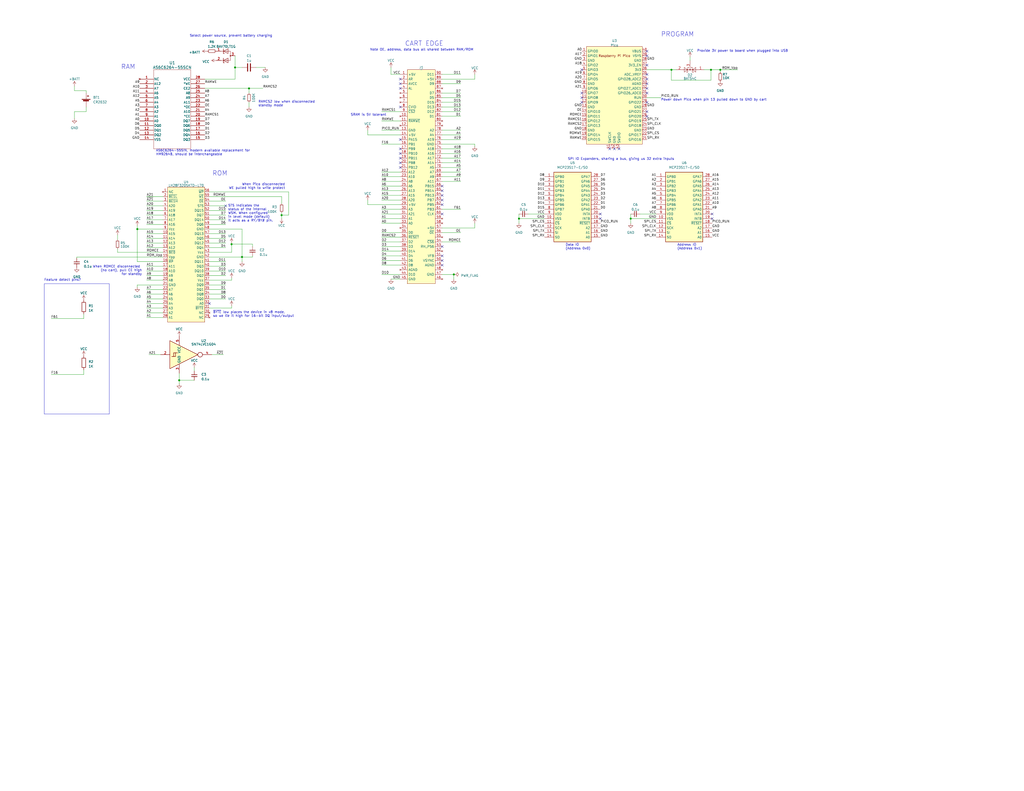
<source format=kicad_sch>
(kicad_sch (version 20230121) (generator eeschema)
  (paper "C")
  (title_block (title "LOOPY Flash Devcart") (date "2023-03-21") (rev "0"))
  (junction (at 366.395 38.1))
  (junction (at 132.08 140.335))
  (junction (at 74.93 125.095))
  (junction (at 97.79 207.645))
  (junction (at 387.985 38.1))
  (junction (at 283.21 119.38))
  (junction (at 247.65 149.86))
  (junction (at 344.17 119.38))
  (junction (at 126.365 133.35))
  (junction (at 135.89 48.26))
  (junction (at 393.065 38.1))
  (junction (at 128.27 36.83))
  (junction (at 153.67 117.475))
  (no_connect (at 218.44 81.28))
  (no_connect (at 241.3 116.84))
  (no_connect (at 353.06 60.96))
  (no_connect (at 327.66 116.84))
  (no_connect (at 218.44 86.36))
  (no_connect (at 388.62 119.38))
  (no_connect (at 218.44 45.72))
  (no_connect (at 241.3 109.22))
  (no_connect (at 218.44 76.2))
  (no_connect (at 353.06 45.72))
  (no_connect (at 353.06 35.56))
  (no_connect (at 123.19 112.395))
  (no_connect (at 218.44 83.82))
  (no_connect (at 353.06 48.26))
  (no_connect (at 353.06 27.94))
  (no_connect (at 241.3 104.14))
  (no_connect (at 353.06 55.88))
  (no_connect (at 241.3 144.78))
  (no_connect (at 327.66 119.38))
  (no_connect (at 388.62 116.84))
  (no_connect (at 218.44 88.9))
  (no_connect (at 218.44 91.44))
  (no_connect (at 241.3 106.68))
  (no_connect (at 317.5 50.8))
  (no_connect (at 241.3 134.62))
  (no_connect (at 218.44 58.42))
  (no_connect (at 317.5 38.1))
  (no_connect (at 332.74 81.28))
  (no_connect (at 218.44 48.26))
  (no_connect (at 241.3 139.7))
  (no_connect (at 353.06 40.64))
  (no_connect (at 353.06 63.5))
  (no_connect (at 241.3 101.6))
  (no_connect (at 353.06 30.48))
  (no_connect (at 317.5 55.88))
  (no_connect (at 218.44 43.18))
  (no_connect (at 317.5 53.34))
  (no_connect (at 353.06 43.18))
  (no_connect (at 241.3 111.76))
  (no_connect (at 353.06 50.8))
  (no_connect (at 241.3 142.24))
  (no_connect (at 114.3 165.735))
  (no_connect (at 335.28 81.28))
  (no_connect (at 337.82 81.28))
  (wire (pts (xy 213.36 152.4) (xy 218.44 152.4)))
  (wire (pts (xy 114.3 130.175) (xy 123.19 130.175)))
  (wire (pts (xy 208.28 101.6) (xy 218.44 101.6)))
  (wire (pts (xy 126.365 133.35) (xy 126.365 137.795)))
  (wire (pts (xy 157.48 117.475) (xy 153.67 117.475)))
  (wire (pts (xy 80.01 145.415) (xy 88.9 145.415)))
  (wire (pts (xy 114.3 112.395) (xy 123.19 112.395)))
  (wire (pts (xy 241.3 99.06) (xy 251.46 99.06)))
  (wire (pts (xy 114.3 163.195) (xy 123.19 163.195)))
  (wire (pts (xy 241.3 60.96) (xy 251.46 60.96)))
  (wire (pts (xy 46.99 49.53) (xy 40.64 49.53)))
  (wire (pts (xy 74.93 125.095) (xy 88.9 125.095)))
  (wire (pts (xy 80.01 120.015) (xy 88.9 120.015)))
  (wire (pts (xy 80.01 117.475) (xy 88.9 117.475)))
  (wire (pts (xy 114.3 122.555) (xy 123.19 122.555)))
  (wire (pts (xy 393.065 38.1) (xy 393.065 39.37)))
  (wire (pts (xy 128.27 30.48) (xy 128.27 36.83)))
  (wire (pts (xy 208.28 71.12) (xy 218.44 71.12)))
  (wire (pts (xy 241.3 149.86) (xy 247.65 149.86)))
  (wire (pts (xy 241.3 50.8) (xy 251.46 50.8)))
  (wire (pts (xy 208.28 134.62) (xy 218.44 134.62)))
  (wire (pts (xy 74.93 142.875) (xy 74.93 125.095)))
  (wire (pts (xy 208.28 121.92) (xy 218.44 121.92)))
  (wire (pts (xy 393.065 38.1) (xy 402.59 38.1)))
  (wire (pts (xy 135.89 55.88) (xy 135.89 58.42)))
  (wire (pts (xy 208.28 129.54) (xy 218.44 129.54)))
  (wire (pts (xy 387.985 38.1) (xy 393.065 38.1)))
  (wire (pts (xy 137.795 139.7) (xy 137.795 140.335)))
  (wire (pts (xy 139.7 36.83) (xy 144.78 36.83)))
  (wire (pts (xy 241.3 55.88) (xy 251.46 55.88)))
  (wire (pts (xy 208.28 93.98) (xy 218.44 93.98)))
  (wire (pts (xy 288.29 116.84) (xy 297.18 116.84)))
  (wire (pts (xy 114.3 155.575) (xy 123.19 155.575)))
  (wire (pts (xy 208.28 139.7) (xy 218.44 139.7)))
  (wire (pts (xy 45.72 201.93) (xy 45.72 204.47)))
  (wire (pts (xy 80.01 153.035) (xy 88.9 153.035)))
  (wire (pts (xy 114.3 160.655) (xy 123.19 160.655)))
  (wire (pts (xy 80.01 132.715) (xy 88.9 132.715)))
  (wire (pts (xy 241.3 53.34) (xy 251.46 53.34)))
  (wire (pts (xy 74.93 155.575) (xy 88.9 155.575)))
  (wire (pts (xy 360.68 53.34) (xy 353.06 53.34)))
  (wire (pts (xy 114.3 127.635) (xy 123.19 127.635)))
  (wire (pts (xy 208.28 99.06) (xy 218.44 99.06)))
  (wire (pts (xy 241.3 114.3) (xy 251.46 114.3)))
  (wire (pts (xy 80.01 150.495) (xy 88.9 150.495)))
  (wire (pts (xy 114.3 132.715) (xy 123.19 132.715)))
  (wire (pts (xy 114.3 125.095) (xy 132.08 125.095)))
  (wire (pts (xy 208.28 127) (xy 218.44 127)))
  (wire (pts (xy 241.3 124.46) (xy 259.08 124.46)))
  (wire (pts (xy 80.01 107.315) (xy 88.9 107.315)))
  (wire (pts (xy 283.21 116.84) (xy 283.21 119.38)))
  (wire (pts (xy 97.79 207.645) (xy 97.79 203.835)))
  (wire (pts (xy 132.08 125.095) (xy 132.08 140.335)))
  (wire (pts (xy 115.57 193.675) (xy 121.92 193.675)))
  (wire (pts (xy 64.135 128.27) (xy 64.135 130.81)))
  (wire (pts (xy 132.08 140.335) (xy 137.795 140.335)))
  (wire (pts (xy 137.795 134.62) (xy 137.795 133.35)))
  (wire (pts (xy 241.3 63.5) (xy 251.46 63.5)))
  (wire (pts (xy 27.94 173.99) (xy 45.72 173.99)))
  (wire (pts (xy 46.99 49.53) (xy 46.99 50.8)))
  (wire (pts (xy 241.3 78.74) (xy 259.08 78.74)))
  (wire (pts (xy 80.01 114.935) (xy 88.9 114.935)))
  (wire (pts (xy 241.3 73.66) (xy 251.46 73.66)))
  (wire (pts (xy 80.01 170.815) (xy 88.9 170.815)))
  (wire (pts (xy 80.01 135.255) (xy 88.9 135.255)))
  (wire (pts (xy 208.28 66.04) (xy 218.44 66.04)))
  (wire (pts (xy 46.99 60.96) (xy 46.99 58.42)))
  (wire (pts (xy 283.21 119.38) (xy 297.18 119.38)))
  (wire (pts (xy 64.135 137.795) (xy 88.9 137.795)))
  (wire (pts (xy 200.66 109.22) (xy 200.66 111.76)))
  (wire (pts (xy 128.27 36.83) (xy 128.27 43.18)))
  (wire (pts (xy 128.27 36.83) (xy 132.08 36.83)))
  (wire (pts (xy 153.67 117.475) (xy 153.67 119.38)))
  (wire (pts (xy 80.01 163.195) (xy 88.9 163.195)))
  (wire (pts (xy 218.44 111.76) (xy 200.66 111.76)))
  (wire (pts (xy 218.44 73.66) (xy 200.66 73.66)))
  (wire (pts (xy 114.3 104.775) (xy 157.48 104.775)))
  (wire (pts (xy 97.79 207.645) (xy 97.79 209.55)))
  (wire (pts (xy 74.93 125.095) (xy 74.93 123.19)))
  (wire (pts (xy 80.01 122.555) (xy 88.9 122.555)))
  (wire (pts (xy 208.28 149.86) (xy 218.44 149.86)))
  (wire (pts (xy 27.94 204.47) (xy 45.72 204.47)))
  (wire (pts (xy 241.3 40.64) (xy 251.46 40.64)))
  (wire (pts (xy 208.28 106.68) (xy 218.44 106.68)))
  (wire (pts (xy 208.28 104.14) (xy 218.44 104.14)))
  (wire (pts (xy 80.01 168.275) (xy 88.9 168.275)))
  (wire (pts (xy 114.3 117.475) (xy 123.19 117.475)))
  (wire (pts (xy 366.395 38.1) (xy 366.395 43.815)))
  (wire (pts (xy 153.67 116.205) (xy 153.67 117.475)))
  (wire (pts (xy 241.3 43.18) (xy 259.08 43.18)))
  (wire (pts (xy 80.01 147.955) (xy 88.9 147.955)))
  (wire (pts (xy 208.28 114.3) (xy 218.44 114.3)))
  (wire (pts (xy 111.76 43.18) (xy 128.27 43.18)))
  (wire (pts (xy 344.17 119.38) (xy 344.17 121.92)))
  (wire (pts (xy 241.3 132.08) (xy 251.46 132.08)))
  (wire (pts (xy 241.3 71.12) (xy 251.46 71.12)))
  (wire (pts (xy 259.08 40.64) (xy 259.08 43.18)))
  (wire (pts (xy 114.3 145.415) (xy 123.19 145.415)))
  (wire (pts (xy 126.365 168.275) (xy 126.365 167.005)))
  (wire (pts (xy 208.28 132.08) (xy 218.44 132.08)))
  (wire (pts (xy 114.3 142.875) (xy 123.19 142.875)))
  (wire (pts (xy 80.01 130.175) (xy 88.9 130.175)))
  (wire (pts (xy 241.3 76.2) (xy 251.46 76.2)))
  (wire (pts (xy 353.06 38.1) (xy 366.395 38.1)))
  (wire (pts (xy 132.08 140.335) (xy 132.08 142.875)))
  (wire (pts (xy 208.28 137.16) (xy 218.44 137.16)))
  (wire (pts (xy 344.17 119.38) (xy 358.14 119.38)))
  (wire (pts (xy 387.985 38.1) (xy 384.175 38.1)))
  (wire (pts (xy 259.08 78.74) (xy 259.08 80.01)))
  (wire (pts (xy 241.3 58.42) (xy 251.46 58.42)))
  (wire (pts (xy 114.3 168.275) (xy 126.365 168.275)))
  (wire (pts (xy 126.365 153.035) (xy 126.365 151.765)))
  (wire (pts (xy 80.01 158.115) (xy 88.9 158.115)))
  (wire (pts (xy 241.3 81.28) (xy 251.46 81.28)))
  (wire (pts (xy 41.91 140.97) (xy 41.91 140.335)))
  (wire (pts (xy 135.89 48.26) (xy 143.51 48.26)))
  (wire (pts (xy 241.3 88.9) (xy 251.46 88.9)))
  (wire (pts (xy 111.76 48.26) (xy 135.89 48.26)))
  (wire (pts (xy 241.3 83.82) (xy 251.46 83.82)))
  (wire (pts (xy 208.28 109.22) (xy 218.44 109.22)))
  (wire (pts (xy 80.01 109.855) (xy 88.9 109.855)))
  (wire (pts (xy 126.365 133.35) (xy 137.795 133.35)))
  (wire (pts (xy 114.3 153.035) (xy 126.365 153.035)))
  (wire (pts (xy 344.17 116.84) (xy 344.17 119.38)))
  (wire (pts (xy 114.3 120.015) (xy 123.19 120.015)))
  (wire (pts (xy 208.28 96.52) (xy 218.44 96.52)))
  (wire (pts (xy 40.64 60.96) (xy 40.64 64.77)))
  (wire (pts (xy 241.3 45.72) (xy 251.46 45.72)))
  (wire (pts (xy 135.89 48.26) (xy 135.89 50.8)))
  (wire (pts (xy 366.395 43.815) (xy 387.985 43.815)))
  (wire (pts (xy 376.555 31.115) (xy 376.555 33.02)))
  (wire (pts (xy 40.64 49.53) (xy 40.64 46.99)))
  (wire (pts (xy 241.3 127) (xy 251.46 127)))
  (wire (pts (xy 114.3 140.335) (xy 132.08 140.335)))
  (wire (pts (xy 80.01 165.735) (xy 88.9 165.735)))
  (wire (pts (xy 358.14 116.84) (xy 349.25 116.84)))
  (wire (pts (xy 106.045 200.66) (xy 106.045 202.565)))
  (wire (pts (xy 114.3 158.115) (xy 123.19 158.115)))
  (wire (pts (xy 114.3 135.255) (xy 123.19 135.255)))
  (wire (pts (xy 366.395 38.1) (xy 368.935 38.1)))
  (wire (pts (xy 46.99 60.96) (xy 40.64 60.96)))
  (wire (pts (xy 74.93 155.575) (xy 74.93 156.845)))
  (wire (pts (xy 114.3 114.935) (xy 123.19 114.935)))
  (wire (pts (xy 218.44 40.64) (xy 213.36 40.64)))
  (wire (pts (xy 64.135 135.89) (xy 64.135 137.795)))
  (wire (pts (xy 241.3 86.36) (xy 251.46 86.36)))
  (wire (pts (xy 259.08 121.92) (xy 259.08 124.46)))
  (wire (pts (xy 81.28 193.675) (xy 87.63 193.675)))
  (wire (pts (xy 208.28 144.78) (xy 218.44 144.78)))
  (wire (pts (xy 208.28 116.84) (xy 218.44 116.84)))
  (wire (pts (xy 80.01 173.355) (xy 88.9 173.355)))
  (wire (pts (xy 157.48 104.775) (xy 157.48 117.475)))
  (wire (pts (xy 241.3 93.98) (xy 251.46 93.98)))
  (wire (pts (xy 213.36 36.83) (xy 213.36 40.64)))
  (wire (pts (xy 200.66 71.12) (xy 200.66 73.66)))
  (wire (pts (xy 208.28 78.74) (xy 218.44 78.74)))
  (wire (pts (xy 114.3 147.955) (xy 123.19 147.955)))
  (wire (pts (xy 387.985 43.815) (xy 387.985 38.1)))
  (wire (pts (xy 208.28 119.38) (xy 218.44 119.38)))
  (wire (pts (xy 45.72 171.45) (xy 45.72 173.99)))
  (wire (pts (xy 106.045 207.645) (xy 97.79 207.645)))
  (wire (pts (xy 247.65 149.86) (xy 247.65 152.4)))
  (wire (pts (xy 74.93 142.875) (xy 88.9 142.875)))
  (wire (pts (xy 241.3 96.52) (xy 251.46 96.52)))
  (wire (pts (xy 126.365 132.715) (xy 126.365 133.35)))
  (wire (pts (xy 80.01 112.395) (xy 88.9 112.395)))
  (wire (pts (xy 114.3 107.315) (xy 153.67 107.315)))
  (wire (pts (xy 41.91 140.335) (xy 88.9 140.335)))
  (wire (pts (xy 114.3 137.795) (xy 126.365 137.795)))
  (wire (pts (xy 208.28 142.24) (xy 218.44 142.24)))
  (wire (pts (xy 208.28 60.96) (xy 218.44 60.96)))
  (wire (pts (xy 283.21 119.38) (xy 283.21 121.92)))
  (wire (pts (xy 114.3 150.495) (xy 123.19 150.495)))
  (wire (pts (xy 114.3 109.855) (xy 123.19 109.855)))
  (wire (pts (xy 153.67 111.125) (xy 153.67 107.315)))
  (wire (pts (xy 80.01 160.655) (xy 88.9 160.655)))
  (wire (pts (xy 241.3 91.44) (xy 251.46 91.44)))
  (wire (pts (xy 80.01 127.635) (xy 88.9 127.635)))
  (rectangle (start 24.13 154.94) (end 59.69 226.06))
  (text "RAMCS2 low when disconnected\nstandby mode" (at 140.97 58.42 0) (effects (font (size 1.27 1.27)) (justify left bottom)))
  (text "Select power source, prevent battery charging" (at 148.59 20.32 0) (effects (font (size 1.27 1.27)) (justify right bottom)))
  (text "Power down Pico when pin 13 pulled down to GND by cart" (at 360.68 55.245 0) (effects (font (size 1.27 1.27)) (justify left bottom)))
  (text "RAM" (at 66.04 38.1 0) (effects (font (size 2.54 2.54)) (justify left bottom)))
  (text "ROM" (at 115.824 96.266 0) (effects (font (size 2.54 2.54)) (justify left bottom)))
  (text "SRAM is 5V tolerant" (at 210.82 63.5 0) (effects (font (size 1.27 1.27)) (justify right bottom)))
  (text "CART EDGE" (at 220.98 25.4 0) (effects (font (size 2.54 2.54)) (justify left bottom)))
  (text "Address IO\n(Address 0x1)" (at 369.57 136.525 0) (effects (font (size 1.27 1.27)) (justify left bottom)))
  (text "AS6C6264-55SIN, modern available replacement for\nHM9264B, should be interchangeable" (at 85.09 85.09 0) (effects (font (size 1.27 1.27)) (justify left bottom)))
  (text "Feature detect pins?" (at 24.13 153.67 0) (effects (font (size 1.27 1.27)) (justify left bottom)))
  (text "STS Indicates the \nstatus of the internal\nWSM. When configured \nin level mode (default)\nit acts as a RY/BY# pin." (at 124.46 121.285 0) (effects (font (size 1.27 1.27)) (justify left bottom)))
  (text "When ROMCE disconnected \n(no cart), pull CE high\nfor standby\n" (at 77.47 150.495 0) (effects (font (size 1.27 1.27)) (justify right bottom)))
  (text "When Pico disconnected\nWE pulled high to write protect" (at 155.575 103.505 0) (effects (font (size 1.27 1.27)) (justify right bottom)))
  (text "Provide 3V power to board when plugged into USB" (at 380.365 28.575 0) (effects (font (size 1.27 1.27)) (justify left bottom)))
  (text "SPI IO Expanders, sharing a bus, giving us 32 extra inputs" (at 309.88 87.63 0) (effects (font (size 1.27 1.27)) (justify left bottom)))
  (text "~{BYTE} low places the device in x8 mode,\nso we tie it high for 16-bit DQ input/output" (at 116.205 173.355 0) (effects (font (size 1.27 1.27)) (justify left bottom)))
  (text "Note OE, address, data bus all shared between RAM/ROM" (at 201.93 27.94 0) (effects (font (size 1.27 1.27)) (justify left bottom)))
  (text "PROGRAM" (at 360.68 20.32 0) (effects (font (size 2.54 2.54)) (justify left bottom)))
  (text "Data IO\n(Address 0x0)" (at 308.61 136.525 0) (effects (font (size 1.27 1.27)) (justify left bottom)))
  (label "D12" (at 297.18 106.68 180))
  (label "D6" (at 327.66 99.06 0))
  (label "OE" (at 317.5 60.96 180))
  (label "D4" (at 327.66 104.14 0))
  (label "GND" (at 388.62 124.46 0))
  (label "SPI_TX" (at 297.18 127 180))
  (label "A1" (at 208.28 119.38 0))
  (label "SPI_CS" (at 353.06 73.66 0))
  (label "RAMCS2" (at 143.51 48.26 0))
  (label "A12" (at 76.2 53.34 180))
  (label "SPI_CS" (at 297.18 121.92 180))
  (label "A19" (at 317.5 40.64 180))
  (label "A4" (at 111.76 60.96 0))
  (label "D9" (at 123.19 155.575 180))
  (label "A21" (at 317.5 48.26 180))
  (label "D5" (at 123.19 130.175 180))
  (label "A0" (at 208.28 121.92 0))
  (label "A9" (at 76.2 45.72 180))
  (label "D7" (at 251.46 50.8 180))
  (label "SPI_CLK" (at 358.14 124.46 180))
  (label "D8" (at 297.18 96.52 180))
  (label "D0" (at 208.28 127 0))
  (label "D5" (at 76.2 71.12 180))
  (label "A16" (at 80.01 122.555 0))
  (label "A5" (at 358.14 106.68 180))
  (label "D9" (at 297.18 99.06 180))
  (label "~{A21}" (at 80.01 109.855 0))
  (label "VCC" (at 388.62 129.54 0))
  (label "A1" (at 358.14 96.52 180))
  (label "A8" (at 80.01 153.035 0))
  (label "RAMCS2" (at 317.5 68.58 180))
  (label "GND" (at 317.5 33.02 180))
  (label "D2" (at 123.19 150.495 180))
  (label "D1" (at 251.46 63.5 180))
  (label "A7" (at 251.46 93.98 180))
  (label "A15" (at 388.62 99.06 0))
  (label "D7" (at 327.66 96.52 0))
  (label "A2" (at 76.2 60.96 180))
  (label "A18" (at 80.01 117.475 0))
  (label "D0" (at 327.66 114.3 0))
  (label "A2" (at 80.01 170.815 0))
  (label "SPI_TX" (at 358.14 127 180))
  (label "A2" (at 358.14 99.06 180))
  (label "OE" (at 111.76 58.42 0))
  (label "ROMWE" (at 123.19 107.315 180))
  (label "D14" (at 123.19 120.015 180))
  (label "SPI_RX" (at 297.18 129.54 180))
  (label "OE" (at 123.19 109.855 180))
  (label "A9" (at 388.62 114.3 0))
  (label "D2" (at 111.76 73.66 0))
  (label "ROM_Vpp" (at 80.01 140.335 0))
  (label "D8" (at 208.28 144.78 0))
  (label "A11" (at 388.62 109.22 0))
  (label "A12" (at 80.01 135.255 0))
  (label "GND" (at 327.66 127 0))
  (label "VCC" (at 218.44 40.64 180))
  (label "GND" (at 353.06 33.02 0))
  (label "PICO_RUN" (at 208.28 71.12 0))
  (label "A3" (at 358.14 101.6 180))
  (label "SPI_CS" (at 358.14 121.92 180))
  (label "A15" (at 208.28 106.68 0))
  (label "A6" (at 111.76 55.88 0))
  (label "A5" (at 251.46 91.44 180))
  (label "A12" (at 388.62 106.68 0))
  (label "SPI_CLK" (at 297.18 124.46 180))
  (label "GND" (at 297.18 119.38 180))
  (label "D10" (at 208.28 149.86 0))
  (label "F16" (at 27.94 204.47 0))
  (label "D3" (at 208.28 134.62 0))
  (label "ROMCE" (at 80.01 137.795 0))
  (label "A20" (at 80.01 112.395 0))
  (label "A10" (at 388.62 111.76 0))
  (label "A9" (at 251.46 96.52 180))
  (label "A8" (at 358.14 114.3 180))
  (label "A14" (at 80.01 130.175 0))
  (label "A10" (at 208.28 96.52 0))
  (label "A15" (at 80.01 127.635 0))
  (label "D14" (at 297.18 111.76 180))
  (label "D13" (at 123.19 127.635 180))
  (label "D7" (at 123.19 117.475 180))
  (label "F61" (at 251.46 114.3 180))
  (label "A13" (at 208.28 104.14 0))
  (label "A1" (at 76.2 63.5 180))
  (label "SPI_RX" (at 353.06 76.2 0))
  (label "GND" (at 317.5 71.12 180))
  (label "A7" (at 80.01 158.115 0))
  (label "A21" (at 208.28 116.84 0))
  (label "A14" (at 251.46 88.9 180))
  (label "A0" (at 317.5 27.94 180))
  (label "D11" (at 297.18 104.14 180))
  (label "D6" (at 76.2 68.58 180))
  (label "A5" (at 76.2 55.88 180))
  (label "OE" (at 251.46 127 180))
  (label "D15" (at 297.18 114.3 180))
  (label "GND" (at 353.06 58.42 0))
  (label "A11" (at 80.01 145.415 0))
  (label "A0" (at 76.2 66.04 180))
  (label "D3" (at 111.76 76.2 0))
  (label "RAMCS1" (at 111.76 63.5 0))
  (label "A1" (at 80.01 173.355 0))
  (label "A6" (at 208.28 101.6 0))
  (label "F16" (at 208.28 78.74 0))
  (label "D12" (at 251.46 60.96 180))
  (label "ROM_Vpp" (at 402.59 38.1 180))
  (label "A6" (at 358.14 109.22 180))
  (label "D3" (at 327.66 106.68 0))
  (label "A21" (at 81.28 193.675 0))
  (label "D11" (at 251.46 40.64 180))
  (label "A3" (at 208.28 114.3 0))
  (label "A10" (at 76.2 48.26 180))
  (label "A21" (at 80.01 107.315 0))
  (label "A11" (at 251.46 99.06 180))
  (label "A4" (at 358.14 104.14 180))
  (label "D0" (at 111.76 68.58 0))
  (label "A19" (at 80.01 114.935 0))
  (label "ROMCE" (at 317.5 63.5 180))
  (label "A12" (at 208.28 93.98 0))
  (label "PICO_RUN" (at 360.68 53.34 0))
  (label "A13" (at 388.62 104.14 0))
  (label "D15" (at 123.19 114.935 180))
  (label "D8" (at 123.19 160.655 180))
  (label "A5" (at 80.01 163.195 0))
  (label "A18" (at 251.46 81.28 180))
  (label "ROMWE" (at 317.5 73.66 180))
  (label "D0" (at 123.19 163.195 180))
  (label "D2" (at 327.66 109.22 0))
  (label "RAMCS1" (at 317.5 66.04 180))
  (label "D13" (at 297.18 109.22 180))
  (label "SPI_CLK" (at 353.06 68.58 0))
  (label "VCC" (at 297.18 116.84 180))
  (label "GND" (at 327.66 129.54 0))
  (label "A7" (at 358.14 111.76 180))
  (label "~{A21}" (at 121.92 193.675 180))
  (label "D6" (at 123.19 122.555 180))
  (label "D1" (at 327.66 111.76 0))
  (label "A4" (at 251.46 73.66 180))
  (label "A8" (at 208.28 99.06 0))
  (label "D5" (at 251.46 53.34 180))
  (label "A18" (at 317.5 35.56 180))
  (label "D9" (at 251.46 45.72 180))
  (label "A10" (at 80.01 147.955 0))
  (label "D10" (at 297.18 101.6 180))
  (label "SPI_RX" (at 358.14 129.54 180))
  (label "GND" (at 218.44 152.4 180))
  (label "A8" (at 111.76 50.8 0))
  (label "D1" (at 123.19 158.115 180))
  (label "A16" (at 251.46 83.82 180))
  (label "GND" (at 358.14 119.38 180))
  (label "D7" (at 111.76 66.04 0))
  (label "D2" (at 208.28 132.08 0))
  (label "SPI_TX" (at 353.06 66.04 0))
  (label "RAMWE" (at 317.5 76.2 180))
  (label "A20" (at 317.5 43.18 180))
  (label "PICO_RUN" (at 388.62 121.92 0))
  (label "D12" (at 123.19 132.715 180))
  (label "A3" (at 80.01 168.275 0))
  (label "A2" (at 251.46 71.12 180))
  (label "A9" (at 80.01 150.495 0))
  (label "A14" (at 388.62 101.6 0))
  (label "A6" (at 80.01 160.655 0))
  (label "GND" (at 353.06 71.12 0))
  (label "D15" (at 251.46 55.88 180))
  (label "A19" (at 251.46 76.2 180))
  (label "F61" (at 27.94 173.99 0))
  (label "VCC" (at 358.14 116.84 180))
  (label "GND" (at 327.66 124.46 0))
  (label "D13" (at 251.46 58.42 180))
  (label "A20" (at 208.28 109.22 0))
  (label "D11" (at 123.19 142.875 180))
  (label "A13" (at 80.01 132.715 0))
  (label "GND" (at 76.2 76.2 180))
  (label "D14" (at 208.28 137.16 0))
  (label "D6" (at 208.28 142.24 0))
  (label "D10" (at 123.19 147.955 180))
  (label "A17" (at 317.5 30.48 180))
  (label "RAMCS1" (at 208.28 60.96 0))
  (label "A17" (at 80.01 120.015 0))
  (label "GND" (at 388.62 127 0))
  (label "A11" (at 76.2 50.8 180))
  (label "D1" (at 111.76 71.12 0))
  (label "GND" (at 317.5 58.42 180))
  (label "RAMCS2" (at 208.28 129.54 0))
  (label "D3" (at 123.19 145.415 180))
  (label "D4" (at 123.19 135.255 180))
  (label "ROMCE" (at 251.46 132.08 180))
  (label "A16" (at 388.62 96.52 0))
  (label "GND" (at 317.5 45.72 180))
  (label "A17" (at 251.46 86.36 180))
  (label "RAMWE" (at 208.28 66.04 0))
  (label "PICO_RUN" (at 327.66 121.92 0))
  (label "A3" (at 76.2 58.42 180))
  (label "A4" (at 80.01 165.735 0))
  (label "D4" (at 76.2 73.66 180))
  (label "A7" (at 111.76 53.34 0))
  (label "RAMWE" (at 111.76 45.72 0))
  (label "D4" (at 208.28 139.7 0))
  (label "D5" (at 327.66 101.6 0))
  (symbol (lib_id "Device:R") (at 45.72 198.12 0) (unit 1)
    (property "Reference" "R2" (at 48.26 197.485 0) (effects (justify left)))
    (property "Value" "1K" (at 48.26 200.025 0) (effects (justify left)))
    (property "Footprint" "Resistor_SMD:R_0805_2012Metric_Pad1.20x1.40mm_HandSolder" (effects hide))
  )
  (symbol (lib_id "Diode:BAT54C") (at 376.555 38.1 180) (unit 1)
    (property "Reference" "D2" (at 376.555 40.9655 0))
    (property "Value" "BAT54C" (at 376.555 42.8865 0))
    (property "Footprint" "Package_TO_SOT_SMD:SOT-23" (effects hide))
    (property "Datasheet" "http://www.diodes.com/_files/datasheets/ds11005.pdf" (effects hide))
  )
  (symbol (lib_id "power:VCC") (at 45.72 194.31 0) (unit 1)
    (property "Reference" "#PWR02" (effects hide))
    (property "Value" "VCC" (at 45.72 190.5 0))
  )
  (symbol (lib_id "power:VCC") (at 200.66 71.12 0) (unit 1)
    (property "Reference" "#PWR025" (effects hide))
    (property "Value" "VCC" (at 200.66 67.6181 0))
  )
  (symbol (lib_id "Device:C_Small") (at 41.91 143.51 0) (unit 1)
    (property "Reference" "C4" (at 45.72 142.875 0) (effects (justify left)))
    (property "Value" "0.1u" (at 45.72 145.415 0) (effects (justify left)))
    (property "Footprint" "Capacitor_SMD:C_0805_2012Metric_Pad1.18x1.45mm_HandSolder" (effects hide))
  )
  (symbol (lib_id "power:VCC") (at 153.67 119.38 180) (unit 1)
    (property "Reference" "#PWR019" (effects hide))
    (property "Value" "VCC" (at 153.67 123.19 0))
  )
  (symbol (lib_id "Device:R_Small") (at 153.67 113.665 180) (unit 1)
    (property "Reference" "R3" (at 151.13 113.03 0) (effects (justify left)))
    (property "Value" "100K" (at 151.13 115.57 0) (effects (justify left)))
    (property "Footprint" "Resistor_SMD:R_0805_2012Metric_Pad1.20x1.40mm_HandSolder" (effects hide))
  )
  (symbol (lib_id "power:VCC") (at 126.365 132.715 0) (unit 1)
    (property "Reference" "#PWR018" (effects hide))
    (property "Value" "VCC" (at 126.365 128.905 0))
  )
  (symbol (lib_id "power:+BATT") (at 40.64 46.99 0) (unit 1)
    (property "Reference" "#PWR015" (effects hide))
    (property "Value" "+BATT" (at 40.64 43.18 0))
  )
  (symbol (lib_id "LOOPY_Pi:Pico") (at 335.28 52.07 0) (unit 1)
    (property "Reference" "U3" (at 335.28 22.225 0))
    (property "Value" "Pico" (at 335.28 24.765 0))
    (property "Footprint" "LOOPY_PI:RPi_Pico_SMD_TH" (effects hide))
  )
  (symbol (lib_id "74xGxx:SN74LVC1G14DBV") (at 97.79 193.675 0) (unit 1)
    (property "Reference" "U2" (at 111.125 186.055 0))
    (property "Value" "SN74LVC1G04" (at 111.125 187.976 0))
    (property "Footprint" "Package_TO_SOT_SMD:SOT-23-5" (effects hide))
    (property "Datasheet" "http://www.ti.com/lit/ds/symlink/sn74lvc1g14.pdf" (effects hide))
  )
  (symbol (lib_id "power:VCC") (at 376.555 31.115 0) (unit 1)
    (property "Reference" "#PWR024" (effects hide))
    (property "Value" "VCC" (at 376.555 27.6131 0))
  )
  (symbol (lib_id "power:PWR_FLAG") (at 247.65 149.86 270) (unit 1)
    (property "Reference" "#FLG01" (effects hide))
    (property "Value" "PWR_FLAG" (at 251.46 150.495 90) (effects (justify left)))
  )
  (symbol (lib_id "Device:C_Small") (at 137.795 137.16 0) (unit 1)
    (property "Reference" "C2" (at 141.605 136.525 0) (effects (justify left)))
    (property "Value" "0.1u" (at 141.605 139.065 0) (effects (justify left)))
    (property "Footprint" "Capacitor_SMD:C_0805_2012Metric_Pad1.18x1.45mm_HandSolder" (effects hide))
  )
  (symbol (lib_id "power:GND") (at 393.065 44.45 0) (unit 1)
    (property "Reference" "#PWR029" (effects hide))
    (property "Value" "GND" (at 393.065 49.53 0))
  )
  (symbol (lib_id "Device:R_Small") (at 135.89 53.34 180) (unit 1)
    (property "Reference" "R4" (at 133.35 53.34 90))
    (property "Value" "100K" (at 138.43 53.34 90))
    (property "Footprint" "Resistor_SMD:R_0805_2012Metric_Pad1.20x1.40mm_HandSolder" (effects hide))
  )
  (symbol (lib_id "power:GND") (at 74.93 156.845 0) (unit 1)
    (property "Reference" "#PWR020" (effects hide))
    (property "Value" "GND" (at 74.93 161.925 0))
  )
  (symbol (lib_id "power:GND") (at 41.91 146.05 0) (unit 1)
    (property "Reference" "#PWR030" (effects hide))
    (property "Value" "GND" (at 41.91 151.13 0))
  )
  (symbol (lib_id "Device:R_Small") (at 115.57 27.94 90) (unit 1)
    (property "Reference" "R6" (at 115.57 22.86 90))
    (property "Value" "1.2K" (at 115.57 25.4 90))
    (property "Footprint" "Resistor_SMD:R_0805_2012Metric_Pad1.20x1.40mm_HandSolder" (effects hide))
  )
  (symbol (lib_id "power:VCC") (at 64.135 128.27 0) (unit 1)
    (property "Reference" "#PWR023" (effects hide))
    (property "Value" "VCC" (at 64.135 124.46 0))
  )
  (symbol (lib_id "Device:C") (at 135.89 36.83 270) (unit 1)
    (property "Reference" "C1" (at 135.89 30.48 90))
    (property "Value" "1u" (at 135.89 33.02 90))
    (property "Footprint" "Capacitor_SMD:C_0805_2012Metric_Pad1.18x1.45mm_HandSolder" (effects hide))
  )
  (symbol (lib_id "power:GND") (at 213.36 152.4 0) (unit 1)
    (property "Reference" "#PWR010" (effects hide))
    (property "Value" "GND" (at 213.36 157.48 0))
  )
  (symbol (lib_id "Device:C_Small") (at 346.71 116.84 90) (unit 1)
    (property "Reference" "C6" (at 346.7163 111.76 90))
    (property "Value" "0.1u" (at 346.7163 114.3 90))
    (property "Footprint" "Capacitor_SMD:C_0805_2012Metric_Pad1.18x1.45mm_HandSolder" (effects hide))
  )
  (symbol (lib_id "power:GND") (at 247.65 152.4 0) (unit 1)
    (property "Reference" "#PWR013" (effects hide))
    (property "Value" "GND" (at 247.65 157.48 0))
  )
  (symbol (lib_id "Diode:MMBZxx") (at 123.19 30.48 90) (mirror x) (unit 1)
    (property "Reference" "D1" (at 123.317 22.86 90))
    (property "Value" "BAV70LT1G" (at 123.317 25.4 90))
    (property "Footprint" "Package_TO_SOT_SMD:SOT-23" (effects hide))
  )
  (symbol (lib_id "LOOPY_Flash:LH28F320SKTD-L70") (at 101.6 102.235 0) (unit 1)
    (property "Reference" "U4" (at 101.6 99.3521 0))
    (property "Value" "LH28F320SKTD-L70" (at 101.6 101.2731 0))
    (property "Footprint" "LOOPY_Flash:TSOP-I-56_18.4x14mm_P0.5mm-HandSolder" (effects hide))
    (property "Datasheet" "https://html.alldatasheet.com/html-pdf/43052/SHARP/LH28F320SKTD-L70/135/1/LH28F320SKTD-L70.html" (effects hide))
  )
  (symbol (lib_id "Device:R_Small") (at 64.135 133.35 0) (unit 1)
    (property "Reference" "R5" (at 65.6336 132.7063 0) (effects (justify left)))
    (property "Value" "100K" (at 65.6336 134.6273 0) (effects (justify left)))
    (property "Footprint" "Resistor_SMD:R_0805_2012Metric_Pad1.20x1.40mm_HandSolder" (effects hide))
  )
  (symbol (lib_id "power:VCC") (at 106.045 200.66 0) (unit 1)
    (property "Reference" "#PWR07" (effects hide))
    (property "Value" "VCC" (at 106.045 196.85 0))
  )
  (symbol (lib_id "power:VCC") (at 259.08 40.64 0) (mirror y) (unit 1)
    (property "Reference" "#PWR028" (effects hide))
    (property "Value" "VCC" (at 259.08 37.1381 0))
  )
  (symbol (lib_id "Device:C_Small") (at 106.045 205.105 0) (unit 1)
    (property "Reference" "C3" (at 109.855 204.47 0) (effects (justify left)))
    (property "Value" "0.1u" (at 109.855 207.01 0) (effects (justify left)))
    (property "Footprint" "Capacitor_SMD:C_0805_2012Metric_Pad1.18x1.45mm_HandSolder" (effects hide))
  )
  (symbol (lib_id "power:GND") (at 283.21 121.92 0) (unit 1)
    (property "Reference" "#PWR032" (effects hide))
    (property "Value" "GND" (at 283.21 127 0))
  )
  (symbol (lib_id "Device:Battery_Cell") (at 46.99 55.88 0) (unit 1)
    (property "Reference" "BT1" (at 50.8 53.213 0) (effects (justify left)))
    (property "Value" "CR2032" (at 50.8 55.753 0) (effects (justify left)))
    (property "Footprint" "LOOPY_Cart:Keystone-3034TR-MFG" (effects hide))
  )
  (symbol (lib_id "power:GND") (at 259.08 80.01 0) (unit 1)
    (property "Reference" "#PWR026" (effects hide))
    (property "Value" "GND" (at 259.08 85.09 0))
  )
  (symbol (lib_id "power:GND") (at 40.64 64.77 0) (unit 1)
    (property "Reference" "#PWR014" (effects hide))
    (property "Value" "GND" (at 40.64 69.85 0))
  )
  (symbol (lib_id "LOOPY_IO_SPI:MCP23S17T-E_SO") (at 297.18 96.52 0) (unit 1)
    (property "Reference" "U5" (at 312.42 88.9 0))
    (property "Value" "MCP23S17-E/SO" (at 312.42 91.44 0))
    (property "Footprint" "LOOPY_IO_SPI:SOIC127P1030X265-28N" (effects hide))
    (property "Datasheet" "http://ww1.microchip.com/downloads/en/DeviceDoc/20001952C.pdf" (effects hide))
    (property "Height" "2.65" (effects hide))
    (property "Manufacturer_Name" "Microchip" (effects hide))
    (property "Manufacturer_Part_Number" "MCP23S17T-E/SO" (effects hide))
    (property "Mouser Part Number" "579-MCP23S17T-E/SO" (effects hide))
    (property "Mouser Price/Stock" "https://www.mouser.co.uk/ProductDetail/Microchip-Technology/MCP23S17T-E-SO?qs=usxtMOJb1RzvakufCQAoWg%3D%3D" (effects hide))
    (property "Arrow Part Number" "MCP23S17T-E/SO" (effects hide))
    (property "Arrow Price/Stock" "https://www.arrow.com/en/products/mcp23s17t-eso/microchip-technology?region=nac" (effects hide))
  )
  (symbol (lib_id "power:VCC") (at 45.72 163.83 0) (unit 1)
    (property "Reference" "#PWR01" (effects hide))
    (property "Value" "VCC" (at 45.72 160.02 0))
  )
  (symbol (lib_id "power:GND") (at 344.17 121.92 0) (unit 1)
    (property "Reference" "#PWR031" (effects hide))
    (property "Value" "GND" (at 344.17 127 0))
  )
  (symbol (lib_id "power:VCC") (at 213.36 36.83 0) (unit 1)
    (property "Reference" "#PWR09" (effects hide))
    (property "Value" "VCC" (at 213.36 33.02 0))
  )
  (symbol (lib_id "power:VCC") (at 126.365 167.005 0) (unit 1)
    (property "Reference" "#PWR012" (effects hide))
    (property "Value" "VCC" (at 126.365 163.195 0))
  )
  (symbol (lib_id "LOOPY_SRAM:AS6C6264-55SCN") (at 76.2 43.18 0) (unit 1)
    (property "Reference" "U1" (at 93.98 34.29 0) (effects (font (size 1.524 1.524))))
    (property "Value" "AS6C6264-55SCN" (at 93.98 36.83 0) (effects (font (size 1.524 1.524))))
    (property "Footprint" "LOOPY_SRAM:SOP-28_Customized" (effects hide))
    (property "Datasheet" "AS6C6264-55SCN" (effects hide))
  )
  (symbol (lib_id "power:VCC") (at 118.11 33.02 90) (unit 1)
    (property "Reference" "#PWR04" (effects hide))
    (property "Value" "VCC" (at 114.3 33.655 90) (effects (justify left)))
  )
  (symbol (lib_id "LOOPY_IO_SPI:MCP23S17T-E_SO") (at 358.14 96.52 0) (unit 1)
    (property "Reference" "U6" (at 373.38 88.9 0))
    (property "Value" "MCP23S17-E/SO" (at 373.38 91.44 0))
    (property "Footprint" "LOOPY_IO_SPI:SOIC127P1030X265-28N" (effects hide))
    (property "Datasheet" "http://ww1.microchip.com/downloads/en/DeviceDoc/20001952C.pdf" (effects hide))
    (property "Height" "2.65" (effects hide))
    (property "Manufacturer_Name" "Microchip" (effects hide))
    (property "Manufacturer_Part_Number" "MCP23S17T-E/SO" (effects hide))
    (property "Mouser Part Number" "579-MCP23S17T-E/SO" (effects hide))
    (property "Mouser Price/Stock" "https://www.mouser.co.uk/ProductDetail/Microchip-Technology/MCP23S17T-E-SO?qs=usxtMOJb1RzvakufCQAoWg%3D%3D" (effects hide))
    (property "Arrow Part Number" "MCP23S17T-E/SO" (effects hide))
    (property "Arrow Price/Stock" "https://www.arrow.com/en/products/mcp23s17t-eso/microchip-technology?region=nac" (effects hide))
  )
  (symbol (lib_id "power:VCC") (at 74.93 123.19 0) (unit 1)
    (property "Reference" "#PWR022" (effects hide))
    (property "Value" "VCC" (at 74.93 119.38 0))
  )
  (symbol (lib_id "power:GND") (at 144.78 36.83 0) (unit 1)
    (property "Reference" "#PWR016" (effects hide))
    (property "Value" "GND" (at 144.78 41.91 0))
  )
  (symbol (lib_id "Device:R") (at 45.72 167.64 0) (unit 1)
    (property "Reference" "R1" (at 48.26 167.005 0) (effects (justify left)))
    (property "Value" "1K" (at 48.26 169.545 0) (effects (justify left)))
    (property "Footprint" "Resistor_SMD:R_0805_2012Metric_Pad1.20x1.40mm_HandSolder" (effects hide))
  )
  (symbol (lib_id "power:VCC") (at 200.66 109.22 0) (unit 1)
    (property "Reference" "#PWR08" (effects hide))
    (property "Value" "VCC" (at 200.66 105.7181 0))
  )
  (symbol (lib_id "LOOPY_Cart:LOOPY-Cart-Connector") (at 229.87 38.1 0) (unit 1)
    (property "Reference" "J1" (at 229.87 36.83 0))
    (property "Value" "~" (at 229.87 38.1 0))
    (property "Footprint" "LOOPY_Cart:LOOPY-Edge-Connector" (effects hide))
  )
  (symbol (lib_id "power:+BATT") (at 113.03 27.94 90) (unit 1)
    (property "Reference" "#PWR011" (effects hide))
    (property "Value" "+BATT" (at 109.22 28.575 90) (effects (justify left)))
  )
  (symbol (lib_id "power:VCC") (at 126.365 151.765 0) (unit 1)
    (property "Reference" "#PWR017" (effects hide))
    (property "Value" "VCC" (at 126.365 147.955 0))
  )
  (symbol (lib_id "Device:R_Small") (at 393.065 41.91 180) (unit 1)
    (property "Reference" "R7" (at 395.605 40.64 0))
    (property "Value" "10K" (at 396.24 42.545 0))
    (property "Footprint" "Resistor_SMD:R_0805_2012Metric_Pad1.20x1.40mm_HandSolder" (effects hide))
  )
  (symbol (lib_id "power:GND") (at 135.89 58.42 0) (unit 1)
    (property "Reference" "#PWR05" (effects hide))
    (property "Value" "GND" (at 135.89 63.5 0))
  )
  (symbol (lib_id "power:GND") (at 132.08 142.875 0) (unit 1)
    (property "Reference" "#PWR021" (effects hide))
    (property "Value" "GND" (at 132.08 147.955 0))
  )
  (symbol (lib_id "power:VCC") (at 259.08 121.92 0) (mirror y) (unit 1)
    (property "Reference" "#PWR027" (effects hide))
    (property "Value" "VCC" (at 259.08 118.4181 0))
  )
  (symbol (lib_id "power:VCC") (at 97.79 183.515 0) (unit 1)
    (property "Reference" "#PWR03" (effects hide))
    (property "Value" "VCC" (at 97.79 179.705 0))
  )
  (symbol (lib_id "Device:C_Small") (at 285.75 116.84 90) (unit 1)
    (property "Reference" "C5" (at 285.7563 111.76 90))
    (property "Value" "0.1u" (at 285.7563 114.3 90))
    (property "Footprint" "Capacitor_SMD:C_0805_2012Metric_Pad1.18x1.45mm_HandSolder" (effects hide))
  )
  (symbol (lib_id "power:GND") (at 97.79 209.55 0) (unit 1)
    (property "Reference" "#PWR06" (effects hide))
    (property "Value" "GND" (at 97.79 214.63 0))
  )
)
</source>
